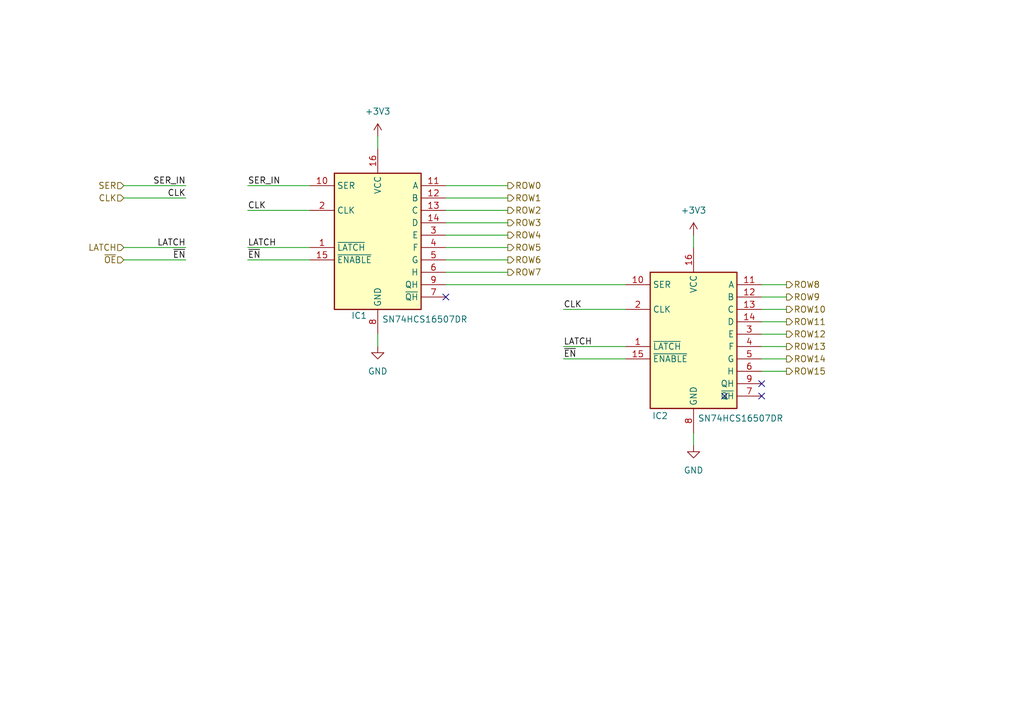
<source format=kicad_sch>
(kicad_sch (version 20231120) (generator "eeschema") (generator_version "8.0")
  (paper "A5")
  (lib_symbols
    (symbol "SN74HCS16507DR:SN74HCS16507DR"
      (property "Reference" "IC1" (at 10.16 -26.67 0))
      (property "Value" "SN74HCS16507DR" (at 23.622 -27.432 0))
      (symbol "SN74HCS16507DR_1_1"
        (rectangle (start 5.08 2.54) (end 22.86 -25.4) (stroke (width 0.254)) (fill (type background)))
        (pin passive line (at 0 -12.7 0) (length 5.08) (name "~{LATCH}") (number "1"))
        (pin passive line (at 0 0 0) (length 5.08) (name "SER") (number "10"))
        (pin passive line (at 27.94 0 180) (length 5.08) (name "A") (number "11"))
        (pin passive line (at 27.94 -2.54 180) (length 5.08) (name "B") (number "12"))
        (pin passive line (at 27.94 -5.08 180) (length 5.08) (name "C") (number "13"))
        (pin passive line (at 27.94 -7.62 180) (length 5.08) (name "D") (number "14"))
        (pin passive line (at 0 -15.24 0) (length 5.08) (name "~{ENABLE}") (number "15"))
        (pin passive line (at 13.97 7.62 270) (length 5.08) (name "VCC") (number "16"))
        (pin passive line (at 0 -5.08 0) (length 5.08) (name "CLK") (number "2"))
        (pin passive line (at 27.94 -10.16 180) (length 5.08) (name "E") (number "3"))
        (pin passive line (at 27.94 -12.7 180) (length 5.08) (name "F") (number "4"))
        (pin passive line (at 27.94 -15.24 180) (length 5.08) (name "G") (number "5"))
        (pin passive line (at 27.94 -17.78 180) (length 5.08) (name "H") (number "6"))
        (pin passive line (at 27.94 -22.86 180) (length 5.08) (name "~{QH}") (number "7"))
        (pin passive line (at 13.97 -30.48 90) (length 5.08) (name "GND") (number "8"))
        (pin passive line (at 27.94 -20.32 180) (length 5.08) (name "QH") (number "9"))
      )
    )
    (symbol "power:+3V3" (power) (pin_numbers hide) (pin_names (offset 0) hide)
      (property "Value" "+3V3" (at 0 3.556 0))
      (symbol "+3V3_0_1"
        (polyline (pts (xy -0.762 1.27) (xy 0 2.54)))
        (polyline (pts (xy 0 0) (xy 0 2.54)))
        (polyline (pts (xy 0 2.54) (xy 0.762 1.27)))
      )
      (symbol "+3V3_1_1"
        (pin power_in line (at 0 0 90) (length 0) (name "~") (number "1"))
      )
    )
    (symbol "power:GND" (power) (pin_numbers hide) (pin_names (offset 0) hide)
      (property "Value" "GND" (at 0 -3.81 0))
      (symbol "GND_0_1"
        (polyline (pts (xy 0 0) (xy 0 -1.27) (xy 1.27 -1.27) (xy 0 -2.54) (xy -1.27 -1.27) (xy 0 -1.27)))
      )
      (symbol "GND_1_1"
        (pin power_in line (at 0 0 270) (length 0) (name "~") (number "1"))
      )
    )
  )
  (no_connect (at 156.21 78.74))
  (no_connect (at 91.44 60.96))
  (no_connect (at 148.59 81.28))
  (no_connect (at 156.21 81.28))
  (wire (pts (xy 156.21 73.66) (xy 161.29 73.66)))
  (wire (pts (xy 25.4 40.64) (xy 38.1 40.64)))
  (wire (pts (xy 128.27 73.66) (xy 115.57 73.66)))
  (wire (pts (xy 156.21 76.2) (xy 161.29 76.2)))
  (wire (pts (xy 91.44 48.26) (xy 104.14 48.26)))
  (wire (pts (xy 91.44 50.8) (xy 104.14 50.8)))
  (wire (pts (xy 63.5 50.8) (xy 50.8 50.8)))
  (wire (pts (xy 142.24 48.26) (xy 142.24 50.8)))
  (wire (pts (xy 91.44 40.64) (xy 104.14 40.64)))
  (wire (pts (xy 91.44 53.34) (xy 104.14 53.34)))
  (wire (pts (xy 25.4 53.34) (xy 38.1 53.34)))
  (wire (pts (xy 156.21 68.58) (xy 161.29 68.58)))
  (wire (pts (xy 128.27 71.12) (xy 115.57 71.12)))
  (wire (pts (xy 156.21 63.5) (xy 161.29 63.5)))
  (wire (pts (xy 91.44 38.1) (xy 104.14 38.1)))
  (wire (pts (xy 91.44 45.72) (xy 104.14 45.72)))
  (wire (pts (xy 142.24 88.9) (xy 142.24 91.44)))
  (wire (pts (xy 63.5 53.34) (xy 50.8 53.34)))
  (wire (pts (xy 77.47 27.94) (xy 77.47 30.48)))
  (wire (pts (xy 25.4 38.1) (xy 38.1 38.1)))
  (wire (pts (xy 63.5 38.1) (xy 50.8 38.1)))
  (wire (pts (xy 63.5 43.18) (xy 50.8 43.18)))
  (wire (pts (xy 91.44 43.18) (xy 104.14 43.18)))
  (wire (pts (xy 156.21 71.12) (xy 161.29 71.12)))
  (wire (pts (xy 77.47 68.58) (xy 77.47 71.12)))
  (wire (pts (xy 156.21 60.96) (xy 161.29 60.96)))
  (wire (pts (xy 156.21 58.42) (xy 161.29 58.42)))
  (wire (pts (xy 128.27 63.5) (xy 115.57 63.5)))
  (wire (pts (xy 156.21 66.04) (xy 161.29 66.04)))
  (wire (pts (xy 91.44 58.42) (xy 128.27 58.42)))
  (wire (pts (xy 25.4 50.8) (xy 38.1 50.8)))
  (wire (pts (xy 91.44 55.88) (xy 104.14 55.88)))
  (label "LATCH" (at 50.8 50.8 0))
  (label "LATCH" (at 115.57 71.12 0))
  (label "~{EN}" (at 38.1 53.34 180))
  (label "~{EN}" (at 50.8 53.34 0))
  (label "CLK" (at 115.57 63.5 0))
  (label "SER_IN" (at 50.8 38.1 0))
  (label "~{EN}" (at 115.57 73.66 0))
  (label "CLK" (at 50.8 43.18 0))
  (label "SER_IN" (at 38.1 38.1 180))
  (label "CLK" (at 38.1 40.64 180))
  (label "LATCH" (at 38.1 50.8 180))
  (hierarchical_label "ROW12" (shape output) (at 161.29 68.58 0))
  (hierarchical_label "ROW4" (shape output) (at 104.14 48.26 0))
  (hierarchical_label "ROW13" (shape output) (at 161.29 71.12 0))
  (hierarchical_label "ROW9" (shape output) (at 161.29 60.96 0))
  (hierarchical_label "ROW10" (shape output) (at 161.29 63.5 0))
  (hierarchical_label "~{OE}" (shape input) (at 25.4 53.34 180))
  (hierarchical_label "ROW3" (shape output) (at 104.14 45.72 0))
  (hierarchical_label "ROW14" (shape output) (at 161.29 73.66 0))
  (hierarchical_label "SER" (shape input) (at 25.4 38.1 180))
  (hierarchical_label "LATCH" (shape input) (at 25.4 50.8 180))
  (hierarchical_label "ROW0" (shape output) (at 104.14 38.1 0))
  (hierarchical_label "ROW15" (shape output) (at 161.29 76.2 0))
  (hierarchical_label "ROW11" (shape output) (at 161.29 66.04 0))
  (hierarchical_label "ROW7" (shape output) (at 104.14 55.88 0))
  (hierarchical_label "CLK" (shape input) (at 25.4 40.64 180))
  (hierarchical_label "ROW2" (shape output) (at 104.14 43.18 0))
  (hierarchical_label "ROW1" (shape output) (at 104.14 40.64 0))
  (hierarchical_label "ROW6" (shape output) (at 104.14 53.34 0))
  (hierarchical_label "ROW5" (shape output) (at 104.14 50.8 0))
  (hierarchical_label "ROW8" (shape output) (at 161.29 58.42 0))
  (symbol (lib_id "power:GND") (at 142.24 91.44 0) (unit 1)
    (property "Reference" "#PWR038" (effects (hide yes)))
    (property "Value" "GND" (at 142.24 96.52 0))
    (property "Description" "Power symbol creates a global label with name \"GND\" , ground" (effects (hide yes)))
  )
  (symbol (lib_id "power:+3V3") (at 77.47 27.94 0) (unit 1)
    (property "Reference" "#PWR057" (effects (hide yes)))
    (property "Value" "+3V3" (at 77.47 22.86 0))
    (property "Description" "Power symbol creates a global label with name \"+3V3\"" (effects (hide yes)))
  )
  (symbol (lib_id "SN74HCS16507DR:SN74HCS16507DR") (at 128.27 58.42 0) (unit 1)
    (property "Reference" "IC2" (at 135.382 85.344 0))
    (property "Value" "SN74HCS16507DR" (at 151.892 85.852 0))
    (property "Footprint" "SOIC127P600X175-16N" (effects (hide yes)))
    (property "Datasheet" "https://www.ti.com/lit/ds/symlink/sn74hcs16507.pdf?ts=1623235804737&ref_url=https%253A%252F%252Fwww.ti.com%252Fstore%252Fti%252Fen%252Fp%252Fproduct%252F%253Fp%253DSN74HCS16507DR" (effects (hide yes)))
    (property "Description" "SN74HCS16507 8 Bit Parallel Load Shift Registers with Open Drain Outputs" (effects (hide yes)))
    (property "Height" "1.75" (effects (hide yes)))
    (property "Mouser Part Number" "595-SN74HCS16507DR" (effects (hide yes)))
    (property "Mouser Price/Stock" "https://www.mouser.co.uk/ProductDetail/Texas-Instruments/SN74HCS16507DR?qs=81r%252BiQLm7BSAtyUMtCoHFQ%3D%3D" (effects (hide yes)))
    (property "Manufacturer_Name" "Texas Instruments" (effects (hide yes)))
    (property "Manufacturer_Part_Number" "SN74HCS16507DR" (effects (hide yes)))
    (property "MFR" "SN74HCS16507DR" (effects (hide yes)))
    (property "MOUSER" "595-SN74HCS16507DR " (effects (hide yes)))
  )
  (symbol (lib_id "SN74HCS16507DR:SN74HCS16507DR") (at 63.5 38.1 0) (unit 1)
    (property "Reference" "IC1" (at 73.66 64.77 0))
    (property "Value" "SN74HCS16507DR" (at 87.122 65.532 0))
    (property "Footprint" "SOIC127P600X175-16N" (effects (hide yes)))
    (property "Datasheet" "https://www.ti.com/lit/ds/symlink/sn74hcs16507.pdf?ts=1623235804737&ref_url=https%253A%252F%252Fwww.ti.com%252Fstore%252Fti%252Fen%252Fp%252Fproduct%252F%253Fp%253DSN74HCS16507DR" (effects (hide yes)))
    (property "Description" "SN74HCS16507 8 Bit Parallel Load Shift Registers with Open Drain Outputs" (effects (hide yes)))
    (property "Height" "1.75" (effects (hide yes)))
    (property "Mouser Part Number" "595-SN74HCS16507DR" (effects (hide yes)))
    (property "Mouser Price/Stock" "https://www.mouser.co.uk/ProductDetail/Texas-Instruments/SN74HCS16507DR?qs=81r%252BiQLm7BSAtyUMtCoHFQ%3D%3D" (effects (hide yes)))
    (property "Manufacturer_Name" "Texas Instruments" (effects (hide yes)))
    (property "Manufacturer_Part_Number" "SN74HCS16507DR" (effects (hide yes)))
    (property "MFR" "SN74HCS16507DR" (effects (hide yes)))
    (property "MOUSER" "595-SN74HCS16507DR " (effects (hide yes)))
  )
  (symbol (lib_id "power:GND") (at 77.47 71.12 0) (unit 1)
    (property "Reference" "#PWR037" (effects (hide yes)))
    (property "Value" "GND" (at 77.47 76.2 0))
    (property "Description" "Power symbol creates a global label with name \"GND\" , ground" (effects (hide yes)))
  )
  (symbol (lib_id "power:+3V3") (at 142.24 48.26 0) (unit 1)
    (property "Reference" "#PWR058" (effects (hide yes)))
    (property "Value" "+3V3" (at 142.24 43.18 0))
    (property "Description" "Power symbol creates a global label with name \"+3V3\"" (effects (hide yes)))
  )
)
</source>
